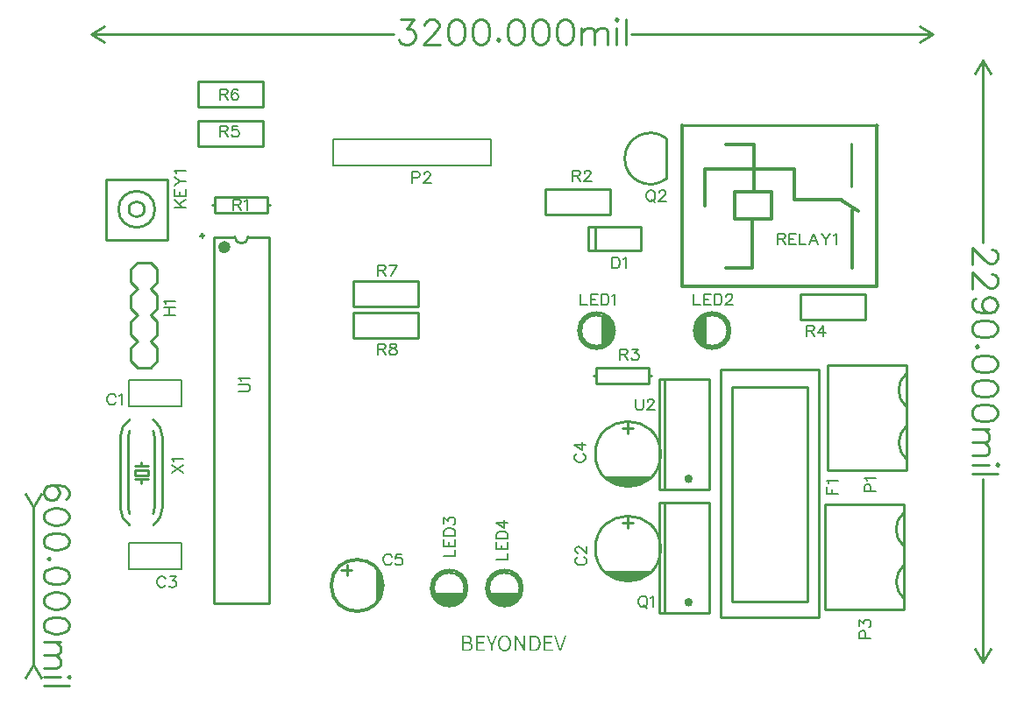
<source format=gto>
G04 ---------------------------- Layer name :TOP SILK LAYER*
G04 EasyEDA v5.8.20, Sat, 24 Nov 2018 05:51:01 GMT*
G04 e67e47d913b1430cad7dbea7a16fc948*
G04 Gerber Generator version 0.2*
G04 Scale: 100 percent, Rotated: No, Reflected: No *
G04 Dimensions in inches *
G04 leading zeros omitted , absolute positions ,2 integer and 4 decimal *
%FSLAX24Y24*%
%MOIN*%
G90*
G70D02*

%ADD10C,0.010000*%
%ADD34C,0.007900*%
%ADD35C,0.009000*%
%ADD36C,0.011811*%
%ADD37C,0.008000*%
%ADD38C,0.007992*%
%ADD39C,0.023622*%
%ADD40C,0.015748*%
%ADD41C,0.007000*%

%LPD*%
G54D10*
G01X5950Y16267D02*
G01X6743Y16267D01*
G01X6743Y2330D01*
G01X4656Y2330D01*
G01X4656Y16267D01*
G01X5450Y16267D01*
G01X21597Y6663D02*
G01X21597Y10836D01*
G01X23486Y10836D01*
G01X23486Y6663D01*
G01X21597Y6663D01*
G01X21793Y10836D02*
G01X21793Y6663D01*
G01X21597Y1963D02*
G01X21597Y6136D01*
G01X23486Y6136D01*
G01X23486Y1963D01*
G01X21597Y1963D01*
G01X21793Y6136D02*
G01X21793Y1963D01*
G01X4700Y17800D02*
G01X6700Y17800D01*
G01X6700Y17800D02*
G01X6700Y17500D01*
G01X6700Y17500D02*
G01X6700Y17200D01*
G01X6700Y17200D02*
G01X4700Y17200D01*
G01X4700Y17200D02*
G01X4700Y17500D01*
G01X4700Y17500D02*
G01X4700Y17800D01*
G01X6700Y17500D02*
G01X6800Y17500D01*
G01X4700Y17500D02*
G01X4600Y17500D01*
G01X1400Y5950D02*
G01X1400Y8650D01*
G01X1100Y5950D02*
G01X1100Y8650D01*
G01X2400Y8650D02*
G01X2400Y5950D01*
G01X2700Y8650D02*
G01X2700Y5950D01*
G01X2150Y7400D02*
G01X1650Y7400D01*
G01X1650Y7400D02*
G01X1650Y7200D01*
G01X1650Y7200D02*
G01X2150Y7200D01*
G01X2150Y7200D02*
G01X2150Y7400D01*
G01X2150Y7550D02*
G01X1900Y7550D01*
G01X1900Y7550D02*
G01X1650Y7550D01*
G01X1900Y7550D02*
G01X1900Y7700D01*
G01X2150Y7050D02*
G01X1900Y7050D01*
G01X1900Y7050D02*
G01X1650Y7050D01*
G01X1900Y7050D02*
G01X1900Y6900D01*
G54D34*
G01X1411Y9830D02*
G01X3411Y9830D01*
G01X3411Y10830D01*
G01X1411Y10830D01*
G01X1411Y9830D01*
G01X1411Y3630D02*
G01X3411Y3630D01*
G01X3411Y4630D01*
G01X1411Y4630D01*
G01X1411Y3630D01*
G54D10*
G01X21840Y20028D02*
G01X21840Y18469D01*
G01X17260Y17130D02*
G01X17260Y18069D01*
G01X17260Y18069D02*
G01X19739Y18069D01*
G01X19739Y18069D02*
G01X19739Y17130D01*
G01X19739Y17130D02*
G01X17260Y17130D01*
G54D35*
G01X20900Y15750D02*
G01X18900Y15750D01*
G01X18900Y16650D01*
G01X20900Y16650D01*
G01X20900Y15750D01*
G01X19150Y15750D02*
G01X19150Y16650D01*
G54D36*
G01X28918Y15076D02*
G01X28918Y17277D01*
G01X29867Y20521D02*
G01X29871Y14369D01*
G01X22457Y14369D01*
G01X22464Y20513D01*
G01X25118Y18001D02*
G01X25842Y18001D01*
G01X25842Y16952D01*
G01X24442Y16952D01*
G01X24442Y18001D01*
G01X25193Y18001D01*
G01X25193Y19801D01*
G01X24114Y19801D01*
G01X24114Y15076D02*
G01X25118Y15076D01*
G01X25118Y16952D01*
G01X23327Y17438D02*
G01X23327Y18867D01*
G01X26727Y18867D01*
G01X26727Y17686D01*
G01X26736Y17677D01*
G01X28318Y17677D01*
G01X28518Y17677D01*
G01X28531Y17667D02*
G01X29143Y17261D01*
G54D10*
G01X22464Y20534D02*
G01X22460Y20534D01*
G01X29878Y20534D01*
G01X29878Y20534D01*
G01X28890Y19802D02*
G01X28890Y18194D01*
G01X28000Y7400D02*
G01X31000Y7400D01*
G01X31000Y7400D01*
G01X28000Y7400D02*
G01X28000Y11400D01*
G01X31000Y7400D02*
G01X31000Y11400D01*
G01X28000Y11400D02*
G01X31000Y11400D01*
G01X19200Y11300D02*
G01X21200Y11300D01*
G01X21200Y11300D02*
G01X21200Y11000D01*
G01X21200Y11000D02*
G01X21200Y10700D01*
G01X21200Y10700D02*
G01X19200Y10700D01*
G01X19200Y10700D02*
G01X19200Y11000D01*
G01X19200Y11000D02*
G01X19200Y11300D01*
G01X21200Y11000D02*
G01X21300Y11000D01*
G01X19200Y11000D02*
G01X19100Y11000D01*
G01X20400Y5600D02*
G01X20400Y5200D01*
G01X20600Y5400D02*
G01X20200Y5400D01*
G01X20400Y9200D02*
G01X20400Y8800D01*
G01X20600Y9000D02*
G01X20200Y9000D01*
G01X26960Y13130D02*
G01X26960Y14069D01*
G01X26960Y14069D02*
G01X29439Y14069D01*
G01X29439Y14069D02*
G01X29439Y13130D01*
G01X29439Y13130D02*
G01X26960Y13130D01*
G01X9502Y3590D02*
G01X9902Y3590D01*
G01X9706Y3786D02*
G01X9706Y3386D01*
G54D37*
G01X14450Y19000D02*
G01X15200Y19000D01*
G01X15200Y20000D01*
G01X9200Y20000D01*
G01X9200Y19000D01*
G54D38*
G01X9200Y19000D02*
G01X14450Y19000D01*
G54D10*
G01X6539Y20669D02*
G01X6539Y19730D01*
G01X6539Y19730D02*
G01X4060Y19730D01*
G01X4060Y19730D02*
G01X4060Y20669D01*
G01X4060Y20669D02*
G01X6539Y20669D01*
G01X1750Y12300D02*
G01X1500Y12550D01*
G01X1500Y13050D01*
G01X1750Y13300D01*
G01X2250Y13300D02*
G01X2500Y13550D01*
G01X2500Y14050D01*
G01X2250Y14300D01*
G01X1750Y13300D02*
G01X1500Y13550D01*
G01X1500Y14050D01*
G01X1750Y14300D01*
G01X2250Y11300D02*
G01X1750Y11300D01*
G01X2250Y14300D02*
G01X2500Y14550D01*
G01X2500Y15050D01*
G01X2250Y15300D01*
G01X1750Y14300D02*
G01X1500Y14550D01*
G01X1500Y15050D01*
G01X1750Y15300D01*
G01X2250Y15300D02*
G01X1750Y15300D01*
G01X2250Y11300D02*
G01X2500Y11550D01*
G01X2500Y12050D01*
G01X2250Y12300D01*
G01X1750Y11300D02*
G01X1500Y11550D01*
G01X1500Y12050D01*
G01X1750Y12300D01*
G01X2250Y12300D02*
G01X2500Y12550D01*
G01X2500Y13050D01*
G01X2250Y13300D01*
G01X27900Y2100D02*
G01X30900Y2100D01*
G01X30900Y2100D01*
G01X27900Y2100D02*
G01X27900Y6100D01*
G01X30900Y2100D02*
G01X30900Y6100D01*
G01X27900Y6100D02*
G01X30900Y6100D01*
G01X9960Y13630D02*
G01X9960Y14569D01*
G01X9960Y14569D02*
G01X12439Y14569D01*
G01X12439Y14569D02*
G01X12439Y13630D01*
G01X12439Y13630D02*
G01X9960Y13630D01*
G01X9960Y12430D02*
G01X9960Y13369D01*
G01X9960Y13369D02*
G01X12439Y13369D01*
G01X12439Y13369D02*
G01X12439Y12430D01*
G01X12439Y12430D02*
G01X9960Y12430D01*
G01X4060Y21230D02*
G01X4060Y22169D01*
G01X4060Y22169D02*
G01X6539Y22169D01*
G01X6539Y22169D02*
G01X6539Y21230D01*
G01X6539Y21230D02*
G01X4060Y21230D01*
G01X27651Y11220D02*
G01X23911Y11220D01*
G01X27651Y1772D02*
G01X23911Y1772D01*
G01X27651Y11220D02*
G01X27651Y1772D01*
G01X23911Y11220D02*
G01X23911Y1772D01*
G01X27218Y10551D02*
G01X27218Y2401D01*
G01X24344Y2401D01*
G01X24344Y10551D01*
G01X27218Y10551D01*
G01X2881Y18442D02*
G01X559Y18442D01*
G01X559Y16159D01*
G01X2881Y16159D01*
G01X2881Y18442D01*
G54D41*
G01X5600Y10376D02*
G01X5906Y10376D01*
G01X5968Y10396D01*
G01X6009Y10436D01*
G01X6028Y10498D01*
G01X6028Y10540D01*
G01X6009Y10601D01*
G01X5968Y10642D01*
G01X5906Y10661D01*
G01X5600Y10661D01*
G01X5681Y10796D02*
G01X5660Y10838D01*
G01X5600Y10900D01*
G01X6028Y10900D01*
G01X20700Y10100D02*
G01X20700Y9794D01*
G01X20719Y9732D01*
G01X20760Y9690D01*
G01X20822Y9671D01*
G01X20864Y9671D01*
G01X20925Y9690D01*
G01X20965Y9732D01*
G01X20985Y9794D01*
G01X20985Y10100D01*
G01X21142Y9998D02*
G01X21142Y10019D01*
G01X21161Y10059D01*
G01X21182Y10080D01*
G01X21223Y10100D01*
G01X21305Y10100D01*
G01X21346Y10080D01*
G01X21367Y10059D01*
G01X21386Y10019D01*
G01X21386Y9978D01*
G01X21367Y9936D01*
G01X21326Y9875D01*
G01X21121Y9671D01*
G01X21407Y9671D01*
G01X20922Y2600D02*
G01X20881Y2580D01*
G01X20840Y2538D01*
G01X20819Y2498D01*
G01X20800Y2436D01*
G01X20800Y2334D01*
G01X20819Y2273D01*
G01X20840Y2232D01*
G01X20881Y2190D01*
G01X20922Y2171D01*
G01X21005Y2171D01*
G01X21044Y2190D01*
G01X21085Y2232D01*
G01X21106Y2273D01*
G01X21127Y2334D01*
G01X21127Y2436D01*
G01X21106Y2498D01*
G01X21085Y2538D01*
G01X21044Y2580D01*
G01X21005Y2600D01*
G01X20922Y2600D01*
G01X20984Y2253D02*
G01X21106Y2130D01*
G01X21261Y2519D02*
G01X21302Y2538D01*
G01X21364Y2600D01*
G01X21364Y2171D01*
G01X5400Y17700D02*
G01X5400Y17271D01*
G01X5400Y17700D02*
G01X5584Y17700D01*
G01X5644Y17680D01*
G01X5665Y17659D01*
G01X5685Y17619D01*
G01X5685Y17578D01*
G01X5665Y17536D01*
G01X5644Y17515D01*
G01X5584Y17496D01*
G01X5400Y17496D01*
G01X5543Y17496D02*
G01X5685Y17271D01*
G01X5821Y17619D02*
G01X5861Y17638D01*
G01X5923Y17700D01*
G01X5923Y17271D01*
G01X3055Y7300D02*
G01X3484Y7586D01*
G01X3055Y7586D02*
G01X3484Y7300D01*
G01X3136Y7721D02*
G01X3115Y7761D01*
G01X3055Y7823D01*
G01X3484Y7823D01*
G01X907Y10198D02*
G01X886Y10238D01*
G01X844Y10280D01*
G01X805Y10300D01*
G01X723Y10300D01*
G01X682Y10280D01*
G01X640Y10238D01*
G01X619Y10198D01*
G01X600Y10136D01*
G01X600Y10034D01*
G01X619Y9973D01*
G01X640Y9932D01*
G01X682Y9890D01*
G01X723Y9871D01*
G01X805Y9871D01*
G01X844Y9890D01*
G01X886Y9932D01*
G01X907Y9973D01*
G01X1042Y10219D02*
G01X1082Y10238D01*
G01X1144Y10300D01*
G01X1144Y9871D01*
G01X2807Y3242D02*
G01X2786Y3284D01*
G01X2744Y3325D01*
G01X2705Y3344D01*
G01X2623Y3344D01*
G01X2582Y3325D01*
G01X2540Y3284D01*
G01X2519Y3242D01*
G01X2500Y3182D01*
G01X2500Y3080D01*
G01X2519Y3017D01*
G01X2540Y2976D01*
G01X2582Y2936D01*
G01X2623Y2915D01*
G01X2705Y2915D01*
G01X2744Y2936D01*
G01X2786Y2976D01*
G01X2807Y3017D01*
G01X2982Y3344D02*
G01X3207Y3344D01*
G01X3084Y3182D01*
G01X3146Y3182D01*
G01X3186Y3161D01*
G01X3207Y3140D01*
G01X3228Y3080D01*
G01X3228Y3038D01*
G01X3207Y2976D01*
G01X3167Y2936D01*
G01X3105Y2915D01*
G01X3044Y2915D01*
G01X2982Y2936D01*
G01X2961Y2957D01*
G01X2942Y2998D01*
G01X21222Y18044D02*
G01X21181Y18025D01*
G01X21140Y17984D01*
G01X21119Y17942D01*
G01X21100Y17882D01*
G01X21100Y17780D01*
G01X21119Y17717D01*
G01X21140Y17677D01*
G01X21181Y17636D01*
G01X21222Y17615D01*
G01X21305Y17615D01*
G01X21344Y17636D01*
G01X21385Y17677D01*
G01X21406Y17717D01*
G01X21427Y17780D01*
G01X21427Y17882D01*
G01X21406Y17942D01*
G01X21385Y17984D01*
G01X21344Y18025D01*
G01X21305Y18044D01*
G01X21222Y18044D01*
G01X21284Y17698D02*
G01X21406Y17575D01*
G01X21582Y17942D02*
G01X21582Y17963D01*
G01X21602Y18005D01*
G01X21623Y18025D01*
G01X21664Y18044D01*
G01X21746Y18044D01*
G01X21786Y18025D01*
G01X21807Y18005D01*
G01X21827Y17963D01*
G01X21827Y17923D01*
G01X21807Y17882D01*
G01X21767Y17819D01*
G01X21561Y17615D01*
G01X21848Y17615D01*
G01X18300Y18800D02*
G01X18300Y18371D01*
G01X18300Y18800D02*
G01X18484Y18800D01*
G01X18544Y18780D01*
G01X18565Y18759D01*
G01X18585Y18719D01*
G01X18585Y18678D01*
G01X18565Y18636D01*
G01X18544Y18615D01*
G01X18484Y18596D01*
G01X18300Y18596D01*
G01X18443Y18596D02*
G01X18585Y18371D01*
G01X18742Y18698D02*
G01X18742Y18719D01*
G01X18761Y18759D01*
G01X18782Y18780D01*
G01X18823Y18800D01*
G01X18905Y18800D01*
G01X18946Y18780D01*
G01X18967Y18759D01*
G01X18986Y18719D01*
G01X18986Y18678D01*
G01X18967Y18636D01*
G01X18926Y18575D01*
G01X18721Y18371D01*
G01X19007Y18371D01*
G01X19800Y15500D02*
G01X19800Y15071D01*
G01X19800Y15500D02*
G01X19943Y15500D01*
G01X20005Y15480D01*
G01X20044Y15438D01*
G01X20065Y15398D01*
G01X20085Y15336D01*
G01X20085Y15234D01*
G01X20065Y15173D01*
G01X20044Y15132D01*
G01X20005Y15090D01*
G01X19943Y15071D01*
G01X19800Y15071D01*
G01X20221Y15419D02*
G01X20261Y15438D01*
G01X20323Y15500D01*
G01X20323Y15071D01*
G01X26100Y16400D02*
G01X26100Y15971D01*
G01X26100Y16400D02*
G01X26284Y16400D01*
G01X26344Y16380D01*
G01X26365Y16359D01*
G01X26385Y16319D01*
G01X26385Y16278D01*
G01X26365Y16236D01*
G01X26344Y16215D01*
G01X26284Y16196D01*
G01X26100Y16196D01*
G01X26243Y16196D02*
G01X26385Y15971D01*
G01X26521Y16400D02*
G01X26521Y15971D01*
G01X26521Y16400D02*
G01X26786Y16400D01*
G01X26521Y16196D02*
G01X26685Y16196D01*
G01X26521Y15971D02*
G01X26786Y15971D01*
G01X26922Y16400D02*
G01X26922Y15971D01*
G01X26922Y15971D02*
G01X27168Y15971D01*
G01X27465Y16400D02*
G01X27302Y15971D01*
G01X27465Y16400D02*
G01X27630Y15971D01*
G01X27364Y16113D02*
G01X27568Y16113D01*
G01X27764Y16400D02*
G01X27928Y16196D01*
G01X27928Y15971D01*
G01X28092Y16400D02*
G01X27928Y16196D01*
G01X28227Y16319D02*
G01X28268Y16338D01*
G01X28330Y16400D01*
G01X28330Y15971D01*
G01X29400Y6576D02*
G01X29829Y6576D01*
G01X29400Y6576D02*
G01X29400Y6759D01*
G01X29420Y6821D01*
G01X29440Y6842D01*
G01X29481Y6861D01*
G01X29543Y6861D01*
G01X29584Y6842D01*
G01X29604Y6821D01*
G01X29625Y6759D01*
G01X29625Y6576D01*
G01X29481Y6996D02*
G01X29461Y7038D01*
G01X29400Y7100D01*
G01X29829Y7100D01*
G01X18600Y14099D02*
G01X18600Y13670D01*
G01X18600Y13670D02*
G01X18845Y13670D01*
G01X18980Y14099D02*
G01X18980Y13670D01*
G01X18980Y14099D02*
G01X19246Y14099D01*
G01X18980Y13895D02*
G01X19144Y13895D01*
G01X18980Y13670D02*
G01X19246Y13670D01*
G01X19381Y14099D02*
G01X19381Y13670D01*
G01X19381Y14099D02*
G01X19525Y14099D01*
G01X19586Y14079D01*
G01X19627Y14038D01*
G01X19647Y13997D01*
G01X19668Y13936D01*
G01X19668Y13834D01*
G01X19647Y13772D01*
G01X19627Y13731D01*
G01X19586Y13690D01*
G01X19525Y13670D01*
G01X19381Y13670D01*
G01X19803Y14018D02*
G01X19844Y14038D01*
G01X19905Y14099D01*
G01X19905Y13670D01*
G01X20099Y12000D02*
G01X20099Y11571D01*
G01X20099Y12000D02*
G01X20283Y12000D01*
G01X20344Y11980D01*
G01X20365Y11960D01*
G01X20385Y11919D01*
G01X20385Y11878D01*
G01X20365Y11837D01*
G01X20344Y11816D01*
G01X20283Y11796D01*
G01X20099Y11796D01*
G01X20242Y11796D02*
G01X20385Y11571D01*
G01X20561Y12000D02*
G01X20786Y12000D01*
G01X20664Y11837D01*
G01X20725Y11837D01*
G01X20766Y11816D01*
G01X20786Y11796D01*
G01X20807Y11735D01*
G01X20807Y11694D01*
G01X20786Y11632D01*
G01X20745Y11591D01*
G01X20684Y11571D01*
G01X20623Y11571D01*
G01X20561Y11591D01*
G01X20541Y11612D01*
G01X20520Y11653D01*
G01X18502Y4078D02*
G01X18461Y4057D01*
G01X18420Y4017D01*
G01X18400Y3976D01*
G01X18400Y3894D01*
G01X18420Y3853D01*
G01X18461Y3813D01*
G01X18502Y3792D01*
G01X18563Y3771D01*
G01X18665Y3771D01*
G01X18727Y3792D01*
G01X18768Y3813D01*
G01X18809Y3853D01*
G01X18829Y3894D01*
G01X18829Y3976D01*
G01X18809Y4017D01*
G01X18768Y4057D01*
G01X18727Y4078D01*
G01X18502Y4234D02*
G01X18481Y4234D01*
G01X18440Y4255D01*
G01X18420Y4275D01*
G01X18400Y4315D01*
G01X18400Y4398D01*
G01X18420Y4438D01*
G01X18440Y4459D01*
G01X18481Y4480D01*
G01X18522Y4480D01*
G01X18563Y4459D01*
G01X18625Y4417D01*
G01X18829Y4213D01*
G01X18829Y4500D01*
G01X18456Y8007D02*
G01X18415Y7986D01*
G01X18375Y7944D01*
G01X18355Y7905D01*
G01X18355Y7823D01*
G01X18375Y7782D01*
G01X18415Y7740D01*
G01X18456Y7719D01*
G01X18518Y7700D01*
G01X18619Y7700D01*
G01X18681Y7719D01*
G01X18722Y7740D01*
G01X18764Y7782D01*
G01X18784Y7823D01*
G01X18784Y7905D01*
G01X18764Y7944D01*
G01X18722Y7986D01*
G01X18681Y8007D01*
G01X18355Y8346D02*
G01X18640Y8142D01*
G01X18640Y8448D01*
G01X18355Y8346D02*
G01X18784Y8346D01*
G01X22899Y14100D02*
G01X22899Y13671D01*
G01X22899Y13671D02*
G01X23144Y13671D01*
G01X23279Y14100D02*
G01X23279Y13671D01*
G01X23279Y14100D02*
G01X23545Y14100D01*
G01X23279Y13896D02*
G01X23443Y13896D01*
G01X23279Y13671D02*
G01X23545Y13671D01*
G01X23680Y14100D02*
G01X23680Y13671D01*
G01X23680Y14100D02*
G01X23824Y14100D01*
G01X23885Y14080D01*
G01X23926Y14038D01*
G01X23946Y13998D01*
G01X23967Y13936D01*
G01X23967Y13834D01*
G01X23946Y13773D01*
G01X23926Y13732D01*
G01X23885Y13690D01*
G01X23824Y13671D01*
G01X23680Y13671D01*
G01X24122Y13998D02*
G01X24122Y14019D01*
G01X24143Y14059D01*
G01X24163Y14080D01*
G01X24204Y14100D01*
G01X24286Y14100D01*
G01X24327Y14080D01*
G01X24347Y14059D01*
G01X24368Y14019D01*
G01X24368Y13978D01*
G01X24347Y13936D01*
G01X24306Y13875D01*
G01X24102Y13671D01*
G01X24388Y13671D01*
G01X27200Y12900D02*
G01X27200Y12471D01*
G01X27200Y12900D02*
G01X27384Y12900D01*
G01X27444Y12880D01*
G01X27465Y12859D01*
G01X27485Y12819D01*
G01X27485Y12778D01*
G01X27465Y12736D01*
G01X27444Y12715D01*
G01X27384Y12696D01*
G01X27200Y12696D01*
G01X27343Y12696D02*
G01X27485Y12471D01*
G01X27826Y12900D02*
G01X27621Y12613D01*
G01X27927Y12613D01*
G01X27826Y12900D02*
G01X27826Y12471D01*
G01X11406Y4098D02*
G01X11385Y4139D01*
G01X11344Y4180D01*
G01X11305Y4200D01*
G01X11222Y4200D01*
G01X11181Y4180D01*
G01X11140Y4139D01*
G01X11119Y4098D01*
G01X11100Y4037D01*
G01X11100Y3935D01*
G01X11119Y3873D01*
G01X11140Y3832D01*
G01X11181Y3791D01*
G01X11222Y3771D01*
G01X11305Y3771D01*
G01X11344Y3791D01*
G01X11385Y3832D01*
G01X11406Y3873D01*
G01X11786Y4200D02*
G01X11582Y4200D01*
G01X11561Y4016D01*
G01X11582Y4037D01*
G01X11643Y4057D01*
G01X11705Y4057D01*
G01X11767Y4037D01*
G01X11807Y3996D01*
G01X11827Y3935D01*
G01X11827Y3894D01*
G01X11807Y3832D01*
G01X11767Y3791D01*
G01X11705Y3771D01*
G01X11643Y3771D01*
G01X11582Y3791D01*
G01X11561Y3812D01*
G01X11542Y3853D01*
G01X12200Y18744D02*
G01X12200Y18315D01*
G01X12200Y18744D02*
G01X12384Y18744D01*
G01X12444Y18725D01*
G01X12465Y18705D01*
G01X12485Y18663D01*
G01X12485Y18602D01*
G01X12465Y18561D01*
G01X12444Y18540D01*
G01X12384Y18519D01*
G01X12200Y18519D01*
G01X12642Y18642D02*
G01X12642Y18663D01*
G01X12661Y18705D01*
G01X12682Y18725D01*
G01X12723Y18744D01*
G01X12805Y18744D01*
G01X12846Y18725D01*
G01X12867Y18705D01*
G01X12886Y18663D01*
G01X12886Y18623D01*
G01X12867Y18582D01*
G01X12826Y18519D01*
G01X12621Y18315D01*
G01X12907Y18315D01*
G01X4900Y20500D02*
G01X4900Y20071D01*
G01X4900Y20500D02*
G01X5084Y20500D01*
G01X5144Y20480D01*
G01X5165Y20459D01*
G01X5185Y20419D01*
G01X5185Y20378D01*
G01X5165Y20336D01*
G01X5144Y20315D01*
G01X5084Y20296D01*
G01X4900Y20296D01*
G01X5043Y20296D02*
G01X5185Y20071D01*
G01X5567Y20500D02*
G01X5361Y20500D01*
G01X5342Y20315D01*
G01X5361Y20336D01*
G01X5423Y20357D01*
G01X5485Y20357D01*
G01X5546Y20336D01*
G01X5586Y20296D01*
G01X5607Y20234D01*
G01X5607Y20194D01*
G01X5586Y20132D01*
G01X5546Y20090D01*
G01X5485Y20071D01*
G01X5423Y20071D01*
G01X5361Y20090D01*
G01X5342Y20111D01*
G01X5321Y20153D01*
G01X2755Y13300D02*
G01X3184Y13300D01*
G01X2755Y13586D02*
G01X3184Y13586D01*
G01X2959Y13300D02*
G01X2959Y13586D01*
G01X2836Y13721D02*
G01X2815Y13761D01*
G01X2755Y13823D01*
G01X3184Y13823D01*
G01X29200Y991D02*
G01X29629Y991D01*
G01X29200Y991D02*
G01X29200Y1175D01*
G01X29220Y1236D01*
G01X29240Y1257D01*
G01X29281Y1277D01*
G01X29343Y1277D01*
G01X29384Y1257D01*
G01X29404Y1236D01*
G01X29425Y1175D01*
G01X29425Y991D01*
G01X29200Y1453D02*
G01X29200Y1678D01*
G01X29363Y1556D01*
G01X29363Y1617D01*
G01X29384Y1658D01*
G01X29404Y1678D01*
G01X29465Y1699D01*
G01X29506Y1699D01*
G01X29568Y1678D01*
G01X29609Y1637D01*
G01X29629Y1576D01*
G01X29629Y1515D01*
G01X29609Y1453D01*
G01X29588Y1433D01*
G01X29547Y1412D01*
G01X13400Y4111D02*
G01X13828Y4111D01*
G01X13828Y4111D02*
G01X13828Y4356D01*
G01X13400Y4491D02*
G01X13828Y4491D01*
G01X13400Y4491D02*
G01X13400Y4757D01*
G01X13603Y4491D02*
G01X13603Y4655D01*
G01X13828Y4491D02*
G01X13828Y4757D01*
G01X13400Y4892D02*
G01X13828Y4892D01*
G01X13400Y4892D02*
G01X13400Y5036D01*
G01X13419Y5097D01*
G01X13460Y5138D01*
G01X13502Y5158D01*
G01X13563Y5179D01*
G01X13664Y5179D01*
G01X13727Y5158D01*
G01X13768Y5138D01*
G01X13809Y5097D01*
G01X13828Y5036D01*
G01X13828Y4892D01*
G01X13400Y5355D02*
G01X13400Y5580D01*
G01X13563Y5457D01*
G01X13563Y5518D01*
G01X13584Y5559D01*
G01X13603Y5580D01*
G01X13664Y5600D01*
G01X13706Y5600D01*
G01X13768Y5580D01*
G01X13809Y5539D01*
G01X13828Y5477D01*
G01X13828Y5416D01*
G01X13809Y5355D01*
G01X13788Y5334D01*
G01X13747Y5314D01*
G01X15400Y3989D02*
G01X15828Y3989D01*
G01X15828Y3989D02*
G01X15828Y4234D01*
G01X15400Y4369D02*
G01X15828Y4369D01*
G01X15400Y4369D02*
G01X15400Y4635D01*
G01X15603Y4369D02*
G01X15603Y4533D01*
G01X15828Y4369D02*
G01X15828Y4635D01*
G01X15400Y4770D02*
G01X15828Y4770D01*
G01X15400Y4770D02*
G01X15400Y4914D01*
G01X15419Y4975D01*
G01X15460Y5016D01*
G01X15502Y5036D01*
G01X15563Y5057D01*
G01X15664Y5057D01*
G01X15727Y5036D01*
G01X15768Y5016D01*
G01X15809Y4975D01*
G01X15828Y4914D01*
G01X15828Y4770D01*
G01X15400Y5396D02*
G01X15685Y5192D01*
G01X15685Y5499D01*
G01X15400Y5396D02*
G01X15828Y5396D01*
G01X10900Y15200D02*
G01X10900Y14771D01*
G01X10900Y15200D02*
G01X11084Y15200D01*
G01X11144Y15180D01*
G01X11165Y15159D01*
G01X11185Y15119D01*
G01X11185Y15078D01*
G01X11165Y15036D01*
G01X11144Y15015D01*
G01X11084Y14996D01*
G01X10900Y14996D01*
G01X11043Y14996D02*
G01X11185Y14771D01*
G01X11607Y15200D02*
G01X11402Y14771D01*
G01X11321Y15200D02*
G01X11607Y15200D01*
G01X10900Y12200D02*
G01X10900Y11771D01*
G01X10900Y12200D02*
G01X11084Y12200D01*
G01X11144Y12180D01*
G01X11165Y12159D01*
G01X11185Y12119D01*
G01X11185Y12078D01*
G01X11165Y12036D01*
G01X11144Y12015D01*
G01X11084Y11996D01*
G01X10900Y11996D01*
G01X11043Y11996D02*
G01X11185Y11771D01*
G01X11423Y12200D02*
G01X11361Y12180D01*
G01X11342Y12138D01*
G01X11342Y12098D01*
G01X11361Y12057D01*
G01X11402Y12036D01*
G01X11485Y12015D01*
G01X11546Y11996D01*
G01X11586Y11955D01*
G01X11607Y11913D01*
G01X11607Y11853D01*
G01X11586Y11811D01*
G01X11567Y11790D01*
G01X11505Y11771D01*
G01X11423Y11771D01*
G01X11361Y11790D01*
G01X11342Y11811D01*
G01X11321Y11853D01*
G01X11321Y11913D01*
G01X11342Y11955D01*
G01X11382Y11996D01*
G01X11443Y12015D01*
G01X11526Y12036D01*
G01X11567Y12057D01*
G01X11586Y12098D01*
G01X11586Y12138D01*
G01X11567Y12180D01*
G01X11505Y12200D01*
G01X11423Y12200D01*
G01X4900Y21900D02*
G01X4900Y21471D01*
G01X4900Y21900D02*
G01X5084Y21900D01*
G01X5144Y21880D01*
G01X5165Y21859D01*
G01X5185Y21819D01*
G01X5185Y21778D01*
G01X5165Y21736D01*
G01X5144Y21715D01*
G01X5084Y21696D01*
G01X4900Y21696D01*
G01X5043Y21696D02*
G01X5185Y21471D01*
G01X5567Y21838D02*
G01X5546Y21880D01*
G01X5485Y21900D01*
G01X5443Y21900D01*
G01X5382Y21880D01*
G01X5342Y21819D01*
G01X5321Y21715D01*
G01X5321Y21613D01*
G01X5342Y21532D01*
G01X5382Y21490D01*
G01X5443Y21471D01*
G01X5464Y21471D01*
G01X5526Y21490D01*
G01X5567Y21532D01*
G01X5586Y21594D01*
G01X5586Y21613D01*
G01X5567Y21675D01*
G01X5526Y21715D01*
G01X5464Y21736D01*
G01X5443Y21736D01*
G01X5382Y21715D01*
G01X5342Y21675D01*
G01X5321Y21613D01*
G01X27956Y6496D02*
G01X28385Y6496D01*
G01X27956Y6496D02*
G01X27956Y6762D01*
G01X28160Y6496D02*
G01X28160Y6660D01*
G01X28036Y6897D02*
G01X28017Y6938D01*
G01X27956Y6999D01*
G01X28385Y6999D01*
G01X3155Y17400D02*
G01X3584Y17400D01*
G01X3155Y17686D02*
G01X3440Y17400D01*
G01X3338Y17502D02*
G01X3584Y17686D01*
G01X3155Y17821D02*
G01X3584Y17821D01*
G01X3155Y17821D02*
G01X3155Y18086D01*
G01X3359Y17821D02*
G01X3359Y17984D01*
G01X3584Y17821D02*
G01X3584Y18086D01*
G01X3155Y18221D02*
G01X3359Y18386D01*
G01X3584Y18386D01*
G01X3155Y18550D02*
G01X3359Y18386D01*
G01X3236Y18684D02*
G01X3215Y18725D01*
G01X3155Y18786D01*
G01X3584Y18786D01*

%LPD*%
G36*
G01X15729Y494D02*
G01X15707Y494D01*
G01X15686Y494D01*
G01X15665Y497D01*
G01X15645Y501D01*
G01X15626Y507D01*
G01X15607Y515D01*
G01X15590Y524D01*
G01X15573Y535D01*
G01X15557Y547D01*
G01X15543Y561D01*
G01X15529Y576D01*
G01X15517Y592D01*
G01X15505Y610D01*
G01X15495Y630D01*
G01X15486Y650D01*
G01X15478Y672D01*
G01X15471Y695D01*
G01X15466Y719D01*
G01X15463Y744D01*
G01X15460Y771D01*
G01X15460Y798D01*
G01X15460Y826D01*
G01X15463Y852D01*
G01X15466Y878D01*
G01X15471Y902D01*
G01X15478Y925D01*
G01X15486Y946D01*
G01X15495Y966D01*
G01X15505Y985D01*
G01X15517Y1003D01*
G01X15529Y1019D01*
G01X15543Y1034D01*
G01X15557Y1048D01*
G01X15573Y1059D01*
G01X15590Y1070D01*
G01X15607Y1079D01*
G01X15626Y1086D01*
G01X15645Y1092D01*
G01X15665Y1096D01*
G01X15686Y1099D01*
G01X15707Y1100D01*
G01X15729Y1099D01*
G01X15750Y1096D01*
G01X15770Y1092D01*
G01X15789Y1086D01*
G01X15807Y1079D01*
G01X15825Y1070D01*
G01X15842Y1059D01*
G01X15857Y1048D01*
G01X15872Y1034D01*
G01X15886Y1019D01*
G01X15898Y1003D01*
G01X15910Y985D01*
G01X15920Y966D01*
G01X15929Y946D01*
G01X15937Y925D01*
G01X15944Y902D01*
G01X15949Y878D01*
G01X15952Y852D01*
G01X15955Y826D01*
G01X15956Y798D01*
G01X15955Y771D01*
G01X15952Y744D01*
G01X15949Y719D01*
G01X15944Y695D01*
G01X15937Y672D01*
G01X15929Y650D01*
G01X15920Y630D01*
G01X15910Y610D01*
G01X15898Y592D01*
G01X15886Y576D01*
G01X15872Y561D01*
G01X15857Y547D01*
G01X15842Y535D01*
G01X15825Y524D01*
G01X15807Y515D01*
G01X15789Y507D01*
G01X15770Y501D01*
G01X15750Y497D01*
G01X15729Y494D01*
G37*

%LPC*%
G36*
G01X15688Y553D02*
G01X15707Y551D01*
G01X15727Y553D01*
G01X15746Y556D01*
G01X15764Y561D01*
G01X15781Y569D01*
G01X15797Y578D01*
G01X15812Y590D01*
G01X15826Y603D01*
G01X15838Y619D01*
G01X15849Y636D01*
G01X15859Y655D01*
G01X15868Y675D01*
G01X15875Y697D01*
G01X15880Y720D01*
G01X15884Y745D01*
G01X15887Y771D01*
G01X15888Y798D01*
G01X15887Y826D01*
G01X15884Y852D01*
G01X15880Y877D01*
G01X15875Y900D01*
G01X15868Y921D01*
G01X15859Y941D01*
G01X15849Y960D01*
G01X15838Y976D01*
G01X15826Y991D01*
G01X15812Y1004D01*
G01X15797Y1015D01*
G01X15781Y1025D01*
G01X15764Y1032D01*
G01X15746Y1037D01*
G01X15727Y1040D01*
G01X15707Y1042D01*
G01X15688Y1040D01*
G01X15669Y1037D01*
G01X15651Y1032D01*
G01X15634Y1025D01*
G01X15618Y1015D01*
G01X15603Y1004D01*
G01X15589Y991D01*
G01X15577Y976D01*
G01X15566Y960D01*
G01X15556Y941D01*
G01X15547Y921D01*
G01X15540Y900D01*
G01X15535Y877D01*
G01X15531Y852D01*
G01X15528Y826D01*
G01X15527Y798D01*
G01X15528Y771D01*
G01X15531Y745D01*
G01X15535Y720D01*
G01X15540Y697D01*
G01X15547Y675D01*
G01X15556Y655D01*
G01X15566Y636D01*
G01X15577Y619D01*
G01X15589Y603D01*
G01X15603Y590D01*
G01X15618Y578D01*
G01X15634Y569D01*
G01X15651Y561D01*
G01X15669Y556D01*
G01X15688Y553D01*
G37*

%LPD*%
G36*
G01X17856Y503D02*
G01X17780Y503D01*
G01X17592Y1090D01*
G01X17661Y1090D01*
G01X17760Y765D01*
G01X17767Y740D01*
G01X17774Y716D01*
G01X17781Y692D01*
G01X17788Y669D01*
G01X17794Y646D01*
G01X17802Y622D01*
G01X17809Y598D01*
G01X17818Y573D01*
G01X17821Y573D01*
G01X17829Y598D01*
G01X17836Y622D01*
G01X17843Y646D01*
G01X17850Y669D01*
G01X17857Y692D01*
G01X17864Y716D01*
G01X17872Y740D01*
G01X17880Y765D01*
G01X17976Y1090D01*
G01X18043Y1090D01*
G01X17856Y503D01*
G37*

%LPC*%

%LPD*%
G36*
G01X17547Y503D02*
G01X17205Y503D01*
G01X17205Y1090D01*
G01X17539Y1090D01*
G01X17539Y1034D01*
G01X17272Y1034D01*
G01X17272Y840D01*
G01X17496Y840D01*
G01X17496Y784D01*
G01X17272Y784D01*
G01X17272Y559D01*
G01X17547Y559D01*
G01X17547Y503D01*
G37*

%LPC*%

%LPD*%
G36*
G01X16805Y503D02*
G01X16659Y503D01*
G01X16659Y1090D01*
G01X16802Y1090D01*
G01X16829Y1089D01*
G01X16854Y1086D01*
G01X16878Y1082D01*
G01X16900Y1077D01*
G01X16921Y1070D01*
G01X16941Y1061D01*
G01X16959Y1051D01*
G01X16976Y1040D01*
G01X16992Y1027D01*
G01X17006Y1013D01*
G01X17019Y997D01*
G01X17031Y980D01*
G01X17042Y962D01*
G01X17051Y942D01*
G01X17058Y921D01*
G01X17064Y900D01*
G01X17069Y876D01*
G01X17073Y851D01*
G01X17075Y826D01*
G01X17076Y798D01*
G01X17075Y771D01*
G01X17073Y746D01*
G01X17069Y721D01*
G01X17064Y697D01*
G01X17058Y675D01*
G01X17051Y654D01*
G01X17042Y634D01*
G01X17031Y615D01*
G01X17020Y598D01*
G01X17007Y582D01*
G01X16993Y567D01*
G01X16977Y554D01*
G01X16960Y543D01*
G01X16942Y532D01*
G01X16922Y524D01*
G01X16901Y517D01*
G01X16879Y511D01*
G01X16855Y507D01*
G01X16831Y504D01*
G01X16805Y503D01*
G37*

%LPC*%
G36*
G01X16725Y1034D02*
G01X16725Y557D01*
G01X16797Y557D01*
G01X16822Y559D01*
G01X16847Y562D01*
G01X16869Y567D01*
G01X16890Y574D01*
G01X16909Y583D01*
G01X16926Y594D01*
G01X16942Y607D01*
G01X16956Y622D01*
G01X16968Y638D01*
G01X16978Y657D01*
G01X16987Y676D01*
G01X16995Y698D01*
G01X17000Y721D01*
G01X17004Y745D01*
G01X17007Y771D01*
G01X17007Y798D01*
G01X17007Y826D01*
G01X17004Y852D01*
G01X17000Y876D01*
G01X16995Y899D01*
G01X16987Y920D01*
G01X16978Y939D01*
G01X16968Y957D01*
G01X16956Y973D01*
G01X16942Y987D01*
G01X16926Y999D01*
G01X16909Y1010D01*
G01X16890Y1019D01*
G01X16869Y1026D01*
G01X16847Y1030D01*
G01X16822Y1034D01*
G01X16797Y1034D01*
G01X16725Y1034D01*
G37*

%LPD*%
G36*
G01X16147Y503D02*
G01X16084Y503D01*
G01X16084Y1090D01*
G01X16152Y1090D01*
G01X16373Y709D01*
G01X16436Y590D01*
G01X16440Y590D01*
G01X16439Y612D01*
G01X16438Y634D01*
G01X16436Y657D01*
G01X16435Y681D01*
G01X16433Y704D01*
G01X16432Y727D01*
G01X16432Y750D01*
G01X16431Y773D01*
G01X16431Y1090D01*
G01X16496Y1090D01*
G01X16496Y503D01*
G01X16427Y503D01*
G01X16206Y882D01*
G01X16143Y1003D01*
G01X16139Y1003D01*
G01X16140Y981D01*
G01X16141Y959D01*
G01X16142Y937D01*
G01X16144Y915D01*
G01X16146Y870D01*
G01X16146Y847D01*
G01X16147Y825D01*
G01X16147Y503D01*
G37*

%LPC*%

%LPD*%
G36*
G01X15247Y503D02*
G01X15182Y503D01*
G01X15182Y734D01*
G01X15006Y1090D01*
G01X15077Y1090D01*
G01X15156Y919D01*
G01X15170Y888D01*
G01X15184Y856D01*
G01X15199Y824D01*
G01X15214Y792D01*
G01X15218Y792D01*
G01X15233Y824D01*
G01X15248Y856D01*
G01X15263Y888D01*
G01X15277Y919D01*
G01X15356Y1090D01*
G01X15423Y1090D01*
G01X15247Y734D01*
G01X15247Y503D01*
G37*

%LPC*%

%LPD*%
G36*
G01X14964Y503D02*
G01X14621Y503D01*
G01X14621Y1090D01*
G01X14955Y1090D01*
G01X14955Y1034D01*
G01X14688Y1034D01*
G01X14688Y840D01*
G01X14911Y840D01*
G01X14911Y784D01*
G01X14688Y784D01*
G01X14688Y559D01*
G01X14964Y559D01*
G01X14964Y503D01*
G37*

%LPC*%

%LPD*%
G36*
G01X14281Y503D02*
G01X14100Y503D01*
G01X14100Y1090D01*
G01X14268Y1090D01*
G01X14297Y1089D01*
G01X14325Y1086D01*
G01X14350Y1081D01*
G01X14373Y1075D01*
G01X14394Y1066D01*
G01X14413Y1056D01*
G01X14430Y1043D01*
G01X14443Y1028D01*
G01X14454Y1011D01*
G01X14462Y992D01*
G01X14467Y970D01*
G01X14468Y946D01*
G01X14467Y924D01*
G01X14463Y904D01*
G01X14456Y885D01*
G01X14446Y867D01*
G01X14434Y852D01*
G01X14419Y838D01*
G01X14401Y827D01*
G01X14381Y819D01*
G01X14381Y815D01*
G01X14407Y809D01*
G01X14431Y799D01*
G01X14452Y786D01*
G01X14469Y770D01*
G01X14484Y751D01*
G01X14494Y728D01*
G01X14501Y703D01*
G01X14503Y675D01*
G01X14502Y654D01*
G01X14499Y634D01*
G01X14494Y616D01*
G01X14487Y600D01*
G01X14478Y584D01*
G01X14468Y570D01*
G01X14456Y558D01*
G01X14442Y546D01*
G01X14426Y536D01*
G01X14409Y528D01*
G01X14391Y520D01*
G01X14372Y514D01*
G01X14351Y509D01*
G01X14329Y506D01*
G01X14306Y504D01*
G01X14281Y503D01*
G37*

%LPC*%
G36*
G01X14165Y786D02*
G01X14165Y557D01*
G01X14272Y557D01*
G01X14297Y557D01*
G01X14320Y560D01*
G01X14342Y563D01*
G01X14361Y569D01*
G01X14378Y576D01*
G01X14394Y586D01*
G01X14407Y596D01*
G01X14418Y609D01*
G01X14427Y623D01*
G01X14433Y639D01*
G01X14437Y657D01*
G01X14439Y678D01*
G01X14437Y695D01*
G01X14434Y712D01*
G01X14427Y726D01*
G01X14419Y739D01*
G01X14408Y751D01*
G01X14395Y760D01*
G01X14380Y768D01*
G01X14362Y775D01*
G01X14342Y780D01*
G01X14321Y784D01*
G01X14297Y786D01*
G01X14272Y786D01*
G01X14165Y786D01*
G37*
G36*
G01X14165Y1036D02*
G01X14165Y838D01*
G01X14256Y838D01*
G01X14292Y839D01*
G01X14323Y844D01*
G01X14348Y853D01*
G01X14369Y865D01*
G01X14384Y879D01*
G01X14395Y896D01*
G01X14402Y916D01*
G01X14403Y938D01*
G01X14401Y963D01*
G01X14394Y983D01*
G01X14383Y1001D01*
G01X14367Y1014D01*
G01X14347Y1024D01*
G01X14322Y1031D01*
G01X14293Y1035D01*
G01X14260Y1036D01*
G01X14165Y1036D01*
G37*

%LPD*%
G54D10*
G01X-2200Y0D02*
G01X-2200Y6000D01*
G01X-2500Y-500D02*
G01X-2200Y0D01*
G01X-1900Y-500D01*
G01X-2500Y6500D02*
G01X-2200Y6000D01*
G01X-1900Y6500D01*
G01X-991Y6282D02*
G01X-900Y6327D01*
G01X-854Y6463D01*
G01X-854Y6554D01*
G01X-900Y6691D01*
G01X-1036Y6782D01*
G01X-1263Y6827D01*
G01X-1491Y6827D01*
G01X-1672Y6782D01*
G01X-1763Y6691D01*
G01X-1809Y6554D01*
G01X-1809Y6509D01*
G01X-1763Y6372D01*
G01X-1672Y6282D01*
G01X-1536Y6236D01*
G01X-1491Y6236D01*
G01X-1354Y6282D01*
G01X-1263Y6372D01*
G01X-1218Y6509D01*
G01X-1218Y6554D01*
G01X-1263Y6691D01*
G01X-1354Y6782D01*
G01X-1491Y6827D01*
G01X-854Y5663D02*
G01X-900Y5800D01*
G01X-1036Y5891D01*
G01X-1263Y5936D01*
G01X-1400Y5936D01*
G01X-1627Y5891D01*
G01X-1763Y5800D01*
G01X-1809Y5663D01*
G01X-1809Y5572D01*
G01X-1763Y5436D01*
G01X-1627Y5345D01*
G01X-1400Y5300D01*
G01X-1263Y5300D01*
G01X-1036Y5345D01*
G01X-900Y5436D01*
G01X-854Y5572D01*
G01X-854Y5663D01*
G01X-854Y4727D02*
G01X-900Y4863D01*
G01X-1036Y4954D01*
G01X-1263Y5000D01*
G01X-1400Y5000D01*
G01X-1627Y4954D01*
G01X-1763Y4863D01*
G01X-1809Y4727D01*
G01X-1809Y4636D01*
G01X-1763Y4500D01*
G01X-1627Y4409D01*
G01X-1400Y4363D01*
G01X-1263Y4363D01*
G01X-1036Y4409D01*
G01X-900Y4500D01*
G01X-854Y4636D01*
G01X-854Y4727D01*
G01X-1582Y4018D02*
G01X-1627Y4063D01*
G01X-1672Y4018D01*
G01X-1627Y3972D01*
G01X-1582Y4018D01*
G01X-854Y3400D02*
G01X-900Y3536D01*
G01X-1036Y3627D01*
G01X-1263Y3672D01*
G01X-1400Y3672D01*
G01X-1627Y3627D01*
G01X-1763Y3536D01*
G01X-1809Y3400D01*
G01X-1809Y3309D01*
G01X-1763Y3172D01*
G01X-1627Y3082D01*
G01X-1400Y3036D01*
G01X-1263Y3036D01*
G01X-1036Y3082D01*
G01X-900Y3172D01*
G01X-854Y3309D01*
G01X-854Y3400D01*
G01X-854Y2463D02*
G01X-900Y2600D01*
G01X-1036Y2691D01*
G01X-1263Y2736D01*
G01X-1400Y2736D01*
G01X-1627Y2691D01*
G01X-1763Y2600D01*
G01X-1809Y2463D01*
G01X-1809Y2372D01*
G01X-1763Y2236D01*
G01X-1627Y2145D01*
G01X-1400Y2100D01*
G01X-1263Y2100D01*
G01X-1036Y2145D01*
G01X-900Y2236D01*
G01X-854Y2372D01*
G01X-854Y2463D01*
G01X-854Y1527D02*
G01X-900Y1663D01*
G01X-1036Y1754D01*
G01X-1263Y1800D01*
G01X-1400Y1800D01*
G01X-1627Y1754D01*
G01X-1763Y1663D01*
G01X-1809Y1527D01*
G01X-1809Y1436D01*
G01X-1763Y1300D01*
G01X-1627Y1209D01*
G01X-1400Y1163D01*
G01X-1263Y1163D01*
G01X-1036Y1209D01*
G01X-900Y1300D01*
G01X-854Y1436D01*
G01X-854Y1527D01*
G01X-1172Y863D02*
G01X-1809Y863D01*
G01X-1354Y863D02*
G01X-1218Y727D01*
G01X-1172Y636D01*
G01X-1172Y500D01*
G01X-1218Y409D01*
G01X-1354Y363D01*
G01X-1809Y363D01*
G01X-1354Y363D02*
G01X-1218Y227D01*
G01X-1172Y136D01*
G01X-1172Y0D01*
G01X-1218Y-90D01*
G01X-1354Y-136D01*
G01X-1809Y-136D01*
G01X-854Y-436D02*
G01X-900Y-481D01*
G01X-854Y-527D01*
G01X-809Y-481D01*
G01X-854Y-436D01*
G01X-1172Y-481D02*
G01X-1809Y-481D01*
G01X-854Y-827D02*
G01X-1809Y-827D01*
G01X33900Y100D02*
G01X33900Y7054D01*
G01X33900Y16045D02*
G01X33900Y23000D01*
G01X34200Y600D02*
G01X33900Y100D01*
G01X33600Y600D01*
G01X34200Y22500D02*
G01X33900Y23000D01*
G01X33600Y22500D01*
G01X34218Y15800D02*
G01X34263Y15800D01*
G01X34354Y15754D01*
G01X34399Y15709D01*
G01X34445Y15618D01*
G01X34445Y15436D01*
G01X34399Y15345D01*
G01X34354Y15300D01*
G01X34263Y15254D01*
G01X34172Y15254D01*
G01X34081Y15300D01*
G01X33945Y15390D01*
G01X33490Y15845D01*
G01X33490Y15209D01*
G01X34218Y14863D02*
G01X34263Y14863D01*
G01X34354Y14818D01*
G01X34399Y14772D01*
G01X34445Y14681D01*
G01X34445Y14500D01*
G01X34399Y14409D01*
G01X34354Y14363D01*
G01X34263Y14318D01*
G01X34172Y14318D01*
G01X34081Y14363D01*
G01X33945Y14454D01*
G01X33490Y14909D01*
G01X33490Y14272D01*
G01X34127Y13381D02*
G01X33990Y13427D01*
G01X33899Y13518D01*
G01X33854Y13654D01*
G01X33854Y13700D01*
G01X33899Y13836D01*
G01X33990Y13927D01*
G01X34127Y13972D01*
G01X34172Y13972D01*
G01X34309Y13927D01*
G01X34399Y13836D01*
G01X34445Y13700D01*
G01X34445Y13654D01*
G01X34399Y13518D01*
G01X34309Y13427D01*
G01X34127Y13381D01*
G01X33899Y13381D01*
G01X33672Y13427D01*
G01X33536Y13518D01*
G01X33490Y13654D01*
G01X33490Y13745D01*
G01X33536Y13881D01*
G01X33627Y13927D01*
G01X34445Y12809D02*
G01X34399Y12945D01*
G01X34263Y13036D01*
G01X34036Y13081D01*
G01X33899Y13081D01*
G01X33672Y13036D01*
G01X33536Y12945D01*
G01X33490Y12809D01*
G01X33490Y12718D01*
G01X33536Y12581D01*
G01X33672Y12490D01*
G01X33899Y12445D01*
G01X34036Y12445D01*
G01X34263Y12490D01*
G01X34399Y12581D01*
G01X34445Y12718D01*
G01X34445Y12809D01*
G01X33718Y12100D02*
G01X33672Y12145D01*
G01X33627Y12100D01*
G01X33672Y12054D01*
G01X33718Y12100D01*
G01X34445Y11481D02*
G01X34399Y11618D01*
G01X34263Y11709D01*
G01X34036Y11754D01*
G01X33899Y11754D01*
G01X33672Y11709D01*
G01X33536Y11618D01*
G01X33490Y11481D01*
G01X33490Y11390D01*
G01X33536Y11254D01*
G01X33672Y11163D01*
G01X33899Y11118D01*
G01X34036Y11118D01*
G01X34263Y11163D01*
G01X34399Y11254D01*
G01X34445Y11390D01*
G01X34445Y11481D01*
G01X34445Y10545D02*
G01X34399Y10681D01*
G01X34263Y10772D01*
G01X34036Y10818D01*
G01X33899Y10818D01*
G01X33672Y10772D01*
G01X33536Y10681D01*
G01X33490Y10545D01*
G01X33490Y10454D01*
G01X33536Y10318D01*
G01X33672Y10227D01*
G01X33899Y10181D01*
G01X34036Y10181D01*
G01X34263Y10227D01*
G01X34399Y10318D01*
G01X34445Y10454D01*
G01X34445Y10545D01*
G01X34445Y9609D02*
G01X34399Y9745D01*
G01X34263Y9836D01*
G01X34036Y9881D01*
G01X33899Y9881D01*
G01X33672Y9836D01*
G01X33536Y9745D01*
G01X33490Y9609D01*
G01X33490Y9518D01*
G01X33536Y9381D01*
G01X33672Y9290D01*
G01X33899Y9245D01*
G01X34036Y9245D01*
G01X34263Y9290D01*
G01X34399Y9381D01*
G01X34445Y9518D01*
G01X34445Y9609D01*
G01X34127Y8945D02*
G01X33490Y8945D01*
G01X33945Y8945D02*
G01X34081Y8809D01*
G01X34127Y8718D01*
G01X34127Y8581D01*
G01X34081Y8490D01*
G01X33945Y8445D01*
G01X33490Y8445D01*
G01X33945Y8445D02*
G01X34081Y8309D01*
G01X34127Y8218D01*
G01X34127Y8081D01*
G01X34081Y7990D01*
G01X33945Y7945D01*
G01X33490Y7945D01*
G01X34445Y7645D02*
G01X34399Y7600D01*
G01X34445Y7554D01*
G01X34490Y7600D01*
G01X34445Y7645D01*
G01X34127Y7600D02*
G01X33490Y7600D01*
G01X34445Y7254D02*
G01X33490Y7254D01*
G01X32000Y24000D02*
G01X20518Y24000D01*
G01X11481Y24000D02*
G01X0Y24000D01*
G01X31500Y24300D02*
G01X32000Y24000D01*
G01X31500Y23700D01*
G01X500Y24300D02*
G01X0Y24000D01*
G01X500Y23700D01*
G01X11772Y24544D02*
G01X12272Y24544D01*
G01X12000Y24182D01*
G01X12135Y24182D01*
G01X12227Y24136D01*
G01X12272Y24090D01*
G01X12318Y23955D01*
G01X12318Y23863D01*
G01X12272Y23727D01*
G01X12181Y23636D01*
G01X12044Y23590D01*
G01X11909Y23590D01*
G01X11772Y23636D01*
G01X11727Y23682D01*
G01X11681Y23773D01*
G01X12664Y24317D02*
G01X12664Y24363D01*
G01X12709Y24455D01*
G01X12755Y24500D01*
G01X12844Y24544D01*
G01X13027Y24544D01*
G01X13118Y24500D01*
G01X13164Y24455D01*
G01X13209Y24363D01*
G01X13209Y24273D01*
G01X13164Y24182D01*
G01X13072Y24044D01*
G01X12618Y23590D01*
G01X13255Y23590D01*
G01X13827Y24544D02*
G01X13690Y24500D01*
G01X13600Y24363D01*
G01X13555Y24136D01*
G01X13555Y24000D01*
G01X13600Y23773D01*
G01X13690Y23636D01*
G01X13827Y23590D01*
G01X13918Y23590D01*
G01X14055Y23636D01*
G01X14144Y23773D01*
G01X14190Y24000D01*
G01X14190Y24136D01*
G01X14144Y24363D01*
G01X14055Y24500D01*
G01X13918Y24544D01*
G01X13827Y24544D01*
G01X14764Y24544D02*
G01X14627Y24500D01*
G01X14535Y24363D01*
G01X14490Y24136D01*
G01X14490Y24000D01*
G01X14535Y23773D01*
G01X14627Y23636D01*
G01X14764Y23590D01*
G01X14855Y23590D01*
G01X14990Y23636D01*
G01X15081Y23773D01*
G01X15127Y24000D01*
G01X15127Y24136D01*
G01X15081Y24363D01*
G01X14990Y24500D01*
G01X14855Y24544D01*
G01X14764Y24544D01*
G01X15472Y23817D02*
G01X15427Y23773D01*
G01X15472Y23727D01*
G01X15518Y23773D01*
G01X15472Y23817D01*
G01X16090Y24544D02*
G01X15955Y24500D01*
G01X15864Y24363D01*
G01X15818Y24136D01*
G01X15818Y24000D01*
G01X15864Y23773D01*
G01X15955Y23636D01*
G01X16090Y23590D01*
G01X16181Y23590D01*
G01X16318Y23636D01*
G01X16409Y23773D01*
G01X16455Y24000D01*
G01X16455Y24136D01*
G01X16409Y24363D01*
G01X16318Y24500D01*
G01X16181Y24544D01*
G01X16090Y24544D01*
G01X17027Y24544D02*
G01X16890Y24500D01*
G01X16800Y24363D01*
G01X16755Y24136D01*
G01X16755Y24000D01*
G01X16800Y23773D01*
G01X16890Y23636D01*
G01X17027Y23590D01*
G01X17118Y23590D01*
G01X17255Y23636D01*
G01X17344Y23773D01*
G01X17390Y24000D01*
G01X17390Y24136D01*
G01X17344Y24363D01*
G01X17255Y24500D01*
G01X17118Y24544D01*
G01X17027Y24544D01*
G01X17964Y24544D02*
G01X17827Y24500D01*
G01X17735Y24363D01*
G01X17690Y24136D01*
G01X17690Y24000D01*
G01X17735Y23773D01*
G01X17827Y23636D01*
G01X17964Y23590D01*
G01X18055Y23590D01*
G01X18190Y23636D01*
G01X18281Y23773D01*
G01X18327Y24000D01*
G01X18327Y24136D01*
G01X18281Y24363D01*
G01X18190Y24500D01*
G01X18055Y24544D01*
G01X17964Y24544D01*
G01X18627Y24227D02*
G01X18627Y23590D01*
G01X18627Y24044D02*
G01X18764Y24182D01*
G01X18855Y24227D01*
G01X18990Y24227D01*
G01X19081Y24182D01*
G01X19127Y24044D01*
G01X19127Y23590D01*
G01X19127Y24044D02*
G01X19264Y24182D01*
G01X19355Y24227D01*
G01X19490Y24227D01*
G01X19581Y24182D01*
G01X19627Y24044D01*
G01X19627Y23590D01*
G01X19927Y24544D02*
G01X19972Y24500D01*
G01X20018Y24544D01*
G01X19972Y24590D01*
G01X19927Y24544D01*
G01X19972Y24227D02*
G01X19972Y23590D01*
G01X20318Y24544D02*
G01X20318Y23590D01*
G54D39*
G75*
G01X5050Y15993D02*
G3X5052Y15993I1J-118D01*
G01*
G54D10*
G75*
G01X5450Y16269D02*
G3X5950Y16269I250J0D01*
G01*
G54D36*
G75*
G01X4204Y16363D02*
G3X4205Y16363I1J-59D01*
G01*
G54D40*
G75*
G01X22621Y7057D02*
G3X22621Y7058I79J0D01*
G01*
G75*
G01X22621Y2357D02*
G3X22621Y2358I79J0D01*
G01*
G54D10*
G75*
G01X2350Y9311D02*
G2X2700Y8650I-450J-661D01*
G01*
G75*
G01X2700Y5950D02*
G2X2350Y5289I-800J0D01*
G01*
G75*
G01X1400Y5950D02*
G3X1450Y5732I500J0D01*
G01*
G75*
G01X2400Y5950D02*
G2X2350Y5732I-500J0D01*
G01*
G75*
G01X1100Y5950D02*
G3X1450Y5289I800J0D01*
G01*
G75*
G01X1450Y9311D02*
G3X1100Y8650I450J-661D01*
G01*
G75*
G01X1450Y8868D02*
G3X1400Y8650I450J-218D01*
G01*
G75*
G01X2350Y8868D02*
G2X2400Y8650I-450J-218D01*
G01*
G75*
G01X21841Y20030D02*
G3X21841Y18470I-590J-780D01*
G01*
G75*
G01X31000Y7784D02*
G2X31000Y9084I554J650D01*
G01*
G75*
G01X31000Y9784D02*
G2X31000Y11084I526J650D01*
G01*
G75*
G01X30900Y2484D02*
G2X30900Y3784I554J650D01*
G01*
G75*
G01X30900Y4484D02*
G2X30900Y5784I526J650D01*
G01*
G75*
G01X19792Y12699D02*
G03X19792Y12699I-591J0D01*
G01*
G75*
G01X19890Y12699D02*
G03X19890Y12699I-689J0D01*
G01*
G75*
G01X21640Y4400D02*
G03X21640Y4400I-1240J0D01*
G01*
G75*
G01X21640Y8000D02*
G03X21640Y8000I-1240J0D01*
G01*
G75*
G01X24190Y12701D02*
G03X24190Y12701I-591J0D01*
G01*
G75*
G01X24288Y12701D02*
G03X24288Y12701I-689J0D01*
G01*
G54D36*
G75*
G01X11084Y3000D02*
G03X11084Y3000I-984J0D01*
G01*
G54D10*
G75*
G01X14190Y2899D02*
G03X14190Y2899I-591J0D01*
G01*
G75*
G01X14288Y2899D02*
G03X14288Y2899I-689J0D01*
G01*
G75*
G01X16290Y2899D02*
G03X16290Y2899I-591J0D01*
G01*
G75*
G01X16388Y2899D02*
G03X16388Y2899I-689J0D01*
G01*
G75*
G01X2014Y17318D02*
G03X2014Y17318I-295J0D01*
G01*
G75*
G01X2408Y17318D02*
G03X2408Y17318I-689J0D01*
G01*

%LPD*%
G36*
G01X19791Y12935D02*
G01X19397Y13289D01*
G01X19397Y12069D01*
G01X19752Y12265D01*
G01X19830Y12659D01*
G01X19791Y12935D01*
G37*

%LPD*%
G36*
G01X19500Y3550D02*
G01X21300Y3550D01*
G01X21300Y3550D01*
G01X21285Y3534D01*
G01X21270Y3518D01*
G01X21255Y3503D01*
G01X21240Y3488D01*
G01X21225Y3474D01*
G01X21209Y3459D01*
G01X21193Y3445D01*
G01X21177Y3431D01*
G01X21160Y3418D01*
G01X21143Y3404D01*
G01X21126Y3391D01*
G01X21109Y3379D01*
G01X21092Y3366D01*
G01X21074Y3354D01*
G01X21056Y3343D01*
G01X21038Y3331D01*
G01X21020Y3320D01*
G01X21001Y3309D01*
G01X20983Y3299D01*
G01X20964Y3289D01*
G01X20945Y3279D01*
G01X20926Y3270D01*
G01X20907Y3261D01*
G01X20887Y3252D01*
G01X20867Y3243D01*
G01X20848Y3235D01*
G01X20828Y3228D01*
G01X20808Y3220D01*
G01X20788Y3213D01*
G01X20767Y3207D01*
G01X20747Y3200D01*
G01X20726Y3194D01*
G01X20706Y3189D01*
G01X20685Y3184D01*
G01X20664Y3179D01*
G01X20643Y3174D01*
G01X20622Y3170D01*
G01X20601Y3166D01*
G01X20580Y3163D01*
G01X20559Y3160D01*
G01X20538Y3157D01*
G01X20517Y3155D01*
G01X20495Y3153D01*
G01X20474Y3152D01*
G01X20453Y3151D01*
G01X20432Y3150D01*
G01X20410Y3150D01*
G01X20389Y3150D01*
G01X20367Y3150D01*
G01X20346Y3151D01*
G01X20325Y3152D01*
G01X20304Y3153D01*
G01X20282Y3155D01*
G01X20261Y3157D01*
G01X20240Y3160D01*
G01X20219Y3163D01*
G01X20198Y3166D01*
G01X20177Y3170D01*
G01X20156Y3174D01*
G01X20135Y3179D01*
G01X20114Y3184D01*
G01X20093Y3189D01*
G01X20073Y3194D01*
G01X20052Y3200D01*
G01X20032Y3207D01*
G01X20011Y3213D01*
G01X19991Y3220D01*
G01X19971Y3228D01*
G01X19951Y3235D01*
G01X19932Y3243D01*
G01X19912Y3252D01*
G01X19892Y3261D01*
G01X19873Y3270D01*
G01X19854Y3279D01*
G01X19835Y3289D01*
G01X19816Y3299D01*
G01X19798Y3309D01*
G01X19779Y3320D01*
G01X19761Y3331D01*
G01X19743Y3343D01*
G01X19725Y3354D01*
G01X19707Y3366D01*
G01X19690Y3379D01*
G01X19673Y3391D01*
G01X19656Y3404D01*
G01X19639Y3418D01*
G01X19622Y3431D01*
G01X19606Y3445D01*
G01X19590Y3459D01*
G01X19574Y3474D01*
G01X19559Y3488D01*
G01X19544Y3503D01*
G01X19529Y3518D01*
G01X19514Y3534D01*
G01X19500Y3550D01*
G37*

%LPD*%
G36*
G01X19500Y7150D02*
G01X21300Y7150D01*
G01X21300Y7150D01*
G01X21285Y7134D01*
G01X21270Y7118D01*
G01X21255Y7103D01*
G01X21240Y7088D01*
G01X21225Y7074D01*
G01X21209Y7059D01*
G01X21193Y7045D01*
G01X21177Y7031D01*
G01X21160Y7018D01*
G01X21143Y7004D01*
G01X21126Y6991D01*
G01X21109Y6979D01*
G01X21092Y6966D01*
G01X21074Y6954D01*
G01X21056Y6943D01*
G01X21038Y6931D01*
G01X21020Y6920D01*
G01X21001Y6909D01*
G01X20983Y6899D01*
G01X20964Y6889D01*
G01X20945Y6879D01*
G01X20926Y6870D01*
G01X20907Y6861D01*
G01X20887Y6852D01*
G01X20867Y6843D01*
G01X20848Y6835D01*
G01X20828Y6828D01*
G01X20808Y6820D01*
G01X20788Y6813D01*
G01X20767Y6807D01*
G01X20747Y6800D01*
G01X20726Y6794D01*
G01X20706Y6789D01*
G01X20685Y6784D01*
G01X20664Y6779D01*
G01X20643Y6774D01*
G01X20622Y6770D01*
G01X20601Y6766D01*
G01X20580Y6763D01*
G01X20559Y6760D01*
G01X20538Y6757D01*
G01X20517Y6755D01*
G01X20495Y6753D01*
G01X20474Y6752D01*
G01X20453Y6751D01*
G01X20432Y6750D01*
G01X20410Y6750D01*
G01X20389Y6750D01*
G01X20367Y6750D01*
G01X20346Y6751D01*
G01X20325Y6752D01*
G01X20304Y6753D01*
G01X20282Y6755D01*
G01X20261Y6757D01*
G01X20240Y6760D01*
G01X20219Y6763D01*
G01X20198Y6766D01*
G01X20177Y6770D01*
G01X20156Y6774D01*
G01X20135Y6779D01*
G01X20114Y6784D01*
G01X20093Y6789D01*
G01X20073Y6794D01*
G01X20052Y6800D01*
G01X20032Y6807D01*
G01X20011Y6813D01*
G01X19991Y6820D01*
G01X19971Y6828D01*
G01X19951Y6835D01*
G01X19932Y6843D01*
G01X19912Y6852D01*
G01X19892Y6861D01*
G01X19873Y6870D01*
G01X19854Y6879D01*
G01X19835Y6889D01*
G01X19816Y6899D01*
G01X19798Y6909D01*
G01X19779Y6920D01*
G01X19761Y6931D01*
G01X19743Y6943D01*
G01X19725Y6954D01*
G01X19707Y6966D01*
G01X19690Y6979D01*
G01X19673Y6991D01*
G01X19656Y7004D01*
G01X19639Y7018D01*
G01X19622Y7031D01*
G01X19606Y7045D01*
G01X19590Y7059D01*
G01X19574Y7074D01*
G01X19559Y7088D01*
G01X19544Y7103D01*
G01X19529Y7118D01*
G01X19514Y7134D01*
G01X19500Y7150D01*
G37*

%LPD*%
G36*
G01X23008Y12464D02*
G01X23402Y12110D01*
G01X23402Y13330D01*
G01X23047Y13134D01*
G01X22969Y12740D01*
G01X23008Y12464D01*
G37*

%LPD*%
G36*
G01X10806Y2350D02*
G01X10806Y3650D01*
G01X10806Y3650D01*
G01X10817Y3638D01*
G01X10828Y3627D01*
G01X10839Y3616D01*
G01X10850Y3604D01*
G01X10860Y3593D01*
G01X10871Y3581D01*
G01X10881Y3568D01*
G01X10891Y3556D01*
G01X10900Y3544D01*
G01X10910Y3531D01*
G01X10919Y3518D01*
G01X10928Y3505D01*
G01X10937Y3492D01*
G01X10945Y3479D01*
G01X10954Y3465D01*
G01X10962Y3452D01*
G01X10970Y3438D01*
G01X10977Y3424D01*
G01X10984Y3410D01*
G01X10992Y3396D01*
G01X10998Y3382D01*
G01X11005Y3367D01*
G01X11011Y3353D01*
G01X11017Y3338D01*
G01X11023Y3324D01*
G01X11029Y3309D01*
G01X11034Y3294D01*
G01X11039Y3279D01*
G01X11044Y3264D01*
G01X11048Y3249D01*
G01X11053Y3234D01*
G01X11057Y3218D01*
G01X11060Y3203D01*
G01X11064Y3188D01*
G01X11067Y3172D01*
G01X11070Y3157D01*
G01X11073Y3141D01*
G01X11075Y3125D01*
G01X11077Y3110D01*
G01X11079Y3094D01*
G01X11080Y3078D01*
G01X11082Y3063D01*
G01X11083Y3047D01*
G01X11083Y3031D01*
G01X11084Y3015D01*
G01X11084Y3000D01*
G01X11084Y2984D01*
G01X11083Y2968D01*
G01X11083Y2952D01*
G01X11082Y2936D01*
G01X11080Y2921D01*
G01X11079Y2905D01*
G01X11077Y2889D01*
G01X11075Y2874D01*
G01X11073Y2858D01*
G01X11070Y2842D01*
G01X11067Y2827D01*
G01X11064Y2811D01*
G01X11060Y2796D01*
G01X11057Y2781D01*
G01X11053Y2765D01*
G01X11048Y2750D01*
G01X11044Y2735D01*
G01X11039Y2720D01*
G01X11034Y2705D01*
G01X11029Y2690D01*
G01X11023Y2675D01*
G01X11017Y2661D01*
G01X11011Y2646D01*
G01X11005Y2632D01*
G01X10998Y2617D01*
G01X10992Y2603D01*
G01X10984Y2589D01*
G01X10977Y2575D01*
G01X10970Y2561D01*
G01X10962Y2547D01*
G01X10954Y2534D01*
G01X10945Y2520D01*
G01X10937Y2507D01*
G01X10928Y2494D01*
G01X10919Y2481D01*
G01X10910Y2468D01*
G01X10900Y2455D01*
G01X10891Y2443D01*
G01X10881Y2431D01*
G01X10871Y2418D01*
G01X10860Y2406D01*
G01X10850Y2395D01*
G01X10839Y2383D01*
G01X10828Y2372D01*
G01X10817Y2361D01*
G01X10806Y2350D01*
G37*

%LPD*%
G36*
G01X13835Y2308D02*
G01X14189Y2702D01*
G01X12969Y2702D01*
G01X13165Y2347D01*
G01X13559Y2269D01*
G01X13835Y2308D01*
G37*

%LPD*%
G36*
G01X15935Y2308D02*
G01X16289Y2702D01*
G01X15069Y2702D01*
G01X15265Y2347D01*
G01X15659Y2269D01*
G01X15935Y2308D01*
G37*
M00*
M02*

</source>
